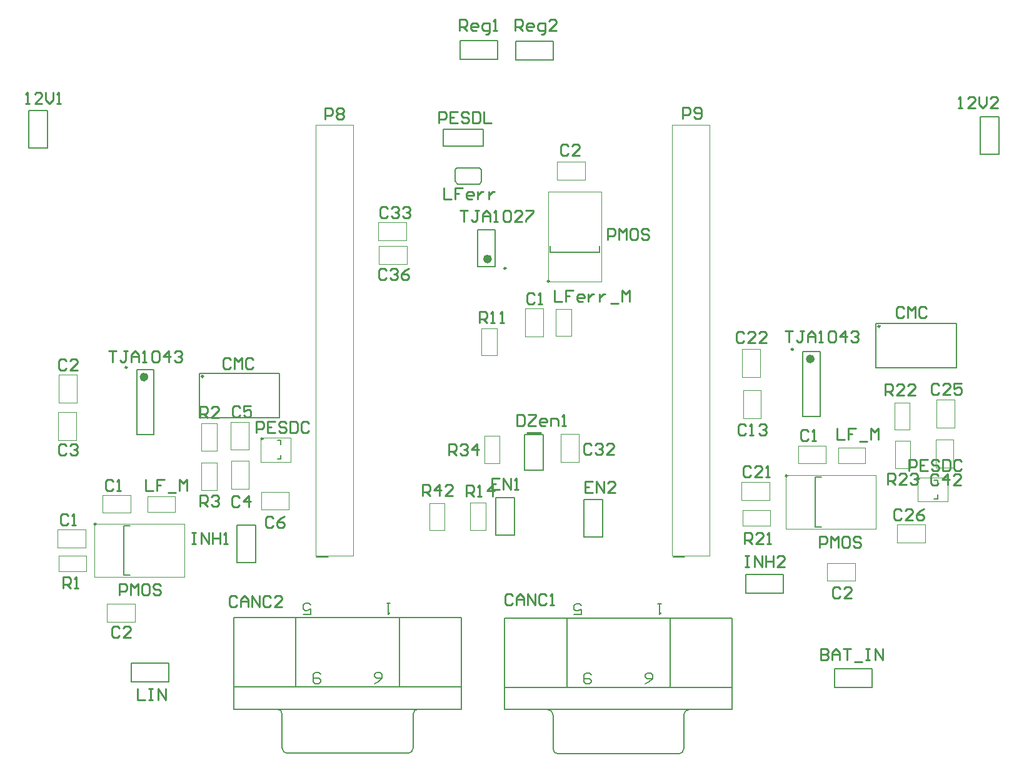
<source format=gto>
%FSLAX44Y44*%
%MOMM*%
G71*
G01*
G75*
%ADD10O,1.9500X0.6000*%
%ADD11R,1.5000X1.0000*%
%ADD12R,1.0000X1.5000*%
%ADD13R,0.8000X1.2000*%
%ADD14R,1.2000X0.6000*%
%ADD15R,2.2000X1.2000*%
%ADD16R,3.0500X1.1000*%
%ADD17R,6.5000X5.5500*%
%ADD18R,1.1000X3.0500*%
%ADD19R,5.5500X6.5000*%
%ADD20R,1.1000X1.3500*%
%ADD21R,1.3500X1.1000*%
%ADD22R,1.2500X1.4500*%
%ADD23R,1.4500X1.2500*%
%ADD24R,1.5000X1.2000*%
%ADD25R,1.5000X1.0000*%
%ADD26C,1.0000*%
%ADD27C,0.6000*%
%ADD28C,1.5000*%
%ADD29C,0.8000*%
%ADD30C,0.4000*%
%ADD31C,0.3000*%
%ADD32C,0.2000*%
%ADD33R,1.5000X1.5000*%
%ADD34C,1.5000*%
%ADD35R,1.5000X1.5000*%
%ADD36R,1.5240X1.5240*%
%ADD37C,1.5240*%
%ADD38C,4.7600*%
%ADD39R,1.6900X1.6900*%
%ADD40C,1.6900*%
%ADD41O,2.5000X1.5000*%
%ADD42C,0.7000*%
%ADD43C,1.2700*%
%ADD44R,5.3000X2.8000*%
%ADD45R,6.0000X2.1000*%
%ADD46R,3.9500X2.0500*%
%ADD47R,9.4000X6.8000*%
%ADD48R,2.4500X2.5500*%
%ADD49R,8.0000X10.0000*%
%ADD50C,0.5000*%
%ADD51C,0.2500*%
%ADD52C,0.2540*%
%ADD53C,0.0254*%
%ADD54C,0.1000*%
%ADD55C,0.1540*%
%ADD56C,0.1500*%
D27*
X645250Y680500D02*
G03*
X645250Y680500I-3000J0D01*
G01*
X180000Y520500D02*
G03*
X180000Y520500I-3000J0D01*
G01*
X1082250Y545000D02*
G03*
X1082250Y545000I-3000J0D01*
G01*
D32*
X364150Y17200D02*
G03*
X371100Y10250I6950J0D01*
G01*
X364100Y63250D02*
G03*
X357150Y70200I-6950J0D01*
G01*
X534400Y10250D02*
G03*
X541350Y17200I0J6950D01*
G01*
X548350Y70200D02*
G03*
X541400Y63250I0J-6950D01*
G01*
X730900Y16450D02*
G03*
X737850Y9500I6950J0D01*
G01*
X730850Y62500D02*
G03*
X723900Y69450I-6950J0D01*
G01*
X901150Y9500D02*
G03*
X908100Y16450I0J6950D01*
G01*
X915100Y69450D02*
G03*
X908150Y62500I0J-6950D01*
G01*
X731100Y950800D02*
Y976200D01*
X680300Y950800D02*
X731100D01*
X680300D02*
Y976200D01*
X731100D01*
X655850Y951550D02*
Y976950D01*
X605050Y951550D02*
X655850D01*
X605050D02*
Y976950D01*
X655850D01*
X653300Y306400D02*
X678700D01*
X653300D02*
Y357200D01*
X678700D01*
Y306400D02*
Y357200D01*
X1309300Y873350D02*
X1334700D01*
Y822550D02*
Y873350D01*
X1309300Y822550D02*
X1334700D01*
X1309300D02*
Y873350D01*
X20800Y881600D02*
X46200D01*
Y830800D02*
Y881600D01*
X20800Y830800D02*
X46200D01*
X20800D02*
Y881600D01*
X410722Y276125D02*
X426472D01*
X893548Y276152D02*
X909298D01*
X652250Y670500D02*
Y720500D01*
X628750Y670500D02*
Y720500D01*
Y670500D02*
X652250D01*
X628750Y720500D02*
X652250D01*
X1043100Y227550D02*
Y252950D01*
X992300Y227550D02*
X1043100D01*
X992300D02*
Y252950D01*
X1043100D01*
X302800Y319850D02*
X328200D01*
Y269050D02*
Y319850D01*
X302800Y269050D02*
X328200D01*
X302800D02*
Y319850D01*
X364100Y17250D02*
Y63250D01*
X541400Y17250D02*
Y63250D01*
X522750Y100250D02*
Y194250D01*
X298750Y70250D02*
X606750D01*
X382750Y100250D02*
Y194250D01*
X298750Y194250D02*
X606750D01*
X371100Y10250D02*
X534400D01*
X606750Y70250D02*
Y194250D01*
X298750Y70250D02*
Y194250D01*
Y100250D02*
X606750D01*
X772800Y303900D02*
X798200D01*
X772800D02*
Y354700D01*
X798200D01*
Y303900D02*
Y354700D01*
X730850Y16500D02*
Y62500D01*
X908150Y16500D02*
Y62500D01*
X889500Y99500D02*
Y193500D01*
X665500Y69500D02*
X973500D01*
X749500Y99500D02*
Y193500D01*
X665500Y193500D02*
X973500D01*
X737850Y9500D02*
X901150D01*
X973500Y69500D02*
Y193500D01*
X665500Y69500D02*
Y193500D01*
Y99500D02*
X973500D01*
X1111900Y99800D02*
Y125200D01*
X1162700D01*
Y99800D02*
Y125200D01*
X1111900Y99800D02*
X1162700D01*
X1252000Y355250D02*
Y361000D01*
X1247000Y355250D02*
X1252000D01*
Y375000D02*
Y380750D01*
X1247000D02*
X1252000D01*
X357500Y434500D02*
X362500D01*
Y428750D02*
Y434500D01*
X357500Y409000D02*
X362500D01*
Y414750D01*
X1168500Y533250D02*
X1277250D01*
Y593000D01*
X1168500D02*
X1277250D01*
X1168500Y533250D02*
Y592500D01*
X252000Y465250D02*
Y524500D01*
Y525000D02*
X360750D01*
Y465250D02*
Y525000D01*
X252000Y465250D02*
X360750D01*
X150000Y319000D02*
X158000D01*
X150000Y252000D02*
Y319000D01*
Y252000D02*
X158000D01*
X1086250Y317500D02*
X1094250D01*
X1086250D02*
Y384500D01*
X1094250D01*
X726750Y689750D02*
Y697750D01*
Y689750D02*
X793750D01*
Y697750D01*
X707500Y442250D02*
X717500D01*
Y393750D02*
Y442250D01*
X692500Y393750D02*
X717500D01*
X692500D02*
Y442250D01*
X707500D01*
X167000Y442500D02*
Y530500D01*
X190500Y442500D02*
Y530500D01*
X167000D02*
X190500D01*
X167000Y442500D02*
X190500D01*
X1069250Y467000D02*
X1092750D01*
X1069250Y555000D02*
X1092750D01*
Y467000D02*
Y555000D01*
X1069250Y467000D02*
Y555000D01*
X160050Y132700D02*
X210850D01*
X160050Y107300D02*
Y132700D01*
Y107300D02*
X210850D01*
Y132700D01*
D51*
X667250Y667950D02*
G03*
X667250Y667950I-1250J0D01*
G01*
X1227500Y383000D02*
G03*
X1227500Y383000I-1250J0D01*
G01*
X338000Y436750D02*
G03*
X338000Y436750I-1250J0D01*
G01*
X112000Y321000D02*
G03*
X112000Y321000I-1250J0D01*
G01*
X1048250Y386500D02*
G03*
X1048250Y386500I-1250J0D01*
G01*
X726000Y650500D02*
G03*
X726000Y650500I-1250J0D01*
G01*
X154000Y533500D02*
G03*
X154000Y533500I-1250J0D01*
G01*
X1056250Y558000D02*
G03*
X1056250Y558000I-1250J0D01*
G01*
D52*
X1173738Y589433D02*
G03*
X1173750Y589250I-1402J-183D01*
G01*
X257238Y521433D02*
G03*
X257250Y521250I-1402J-183D01*
G01*
X696000Y445250D02*
X714000D01*
X679500Y990500D02*
Y1005735D01*
X687117D01*
X689657Y1003196D01*
Y998118D01*
X687117Y995578D01*
X679500D01*
X684578D02*
X689657Y990500D01*
X702353D02*
X697274D01*
X694735Y993039D01*
Y998118D01*
X697274Y1000657D01*
X702353D01*
X704892Y998118D01*
Y995578D01*
X694735D01*
X715049Y985422D02*
X717588D01*
X720127Y987961D01*
Y1000657D01*
X712509D01*
X709970Y998118D01*
Y993039D01*
X712509Y990500D01*
X720127D01*
X735362D02*
X725205D01*
X735362Y1000657D01*
Y1003196D01*
X732823Y1005735D01*
X727744D01*
X725205Y1003196D01*
X604500Y990250D02*
Y1005485D01*
X612118D01*
X614657Y1002946D01*
Y997868D01*
X612118Y995328D01*
X604500D01*
X609578D02*
X614657Y990250D01*
X627353D02*
X622274D01*
X619735Y992789D01*
Y997868D01*
X622274Y1000407D01*
X627353D01*
X629892Y997868D01*
Y995328D01*
X619735D01*
X640049Y985172D02*
X642588D01*
X645127Y987711D01*
Y1000407D01*
X637509D01*
X634970Y997868D01*
Y992789D01*
X637509Y990250D01*
X645127D01*
X650205D02*
X655284D01*
X652744D01*
Y1005485D01*
X650205Y1002946D01*
X1045650Y583261D02*
X1055807D01*
X1050728D01*
Y568026D01*
X1071042Y583261D02*
X1065963D01*
X1068503D01*
Y570565D01*
X1065963Y568026D01*
X1063424D01*
X1060885Y570565D01*
X1076120Y568026D02*
Y578183D01*
X1081199Y583261D01*
X1086277Y578183D01*
Y568026D01*
Y575644D01*
X1076120D01*
X1091355Y568026D02*
X1096434D01*
X1093894D01*
Y583261D01*
X1091355Y580722D01*
X1104051D02*
X1106590Y583261D01*
X1111669D01*
X1114208Y580722D01*
Y570565D01*
X1111669Y568026D01*
X1106590D01*
X1104051Y570565D01*
Y580722D01*
X1126904Y568026D02*
Y583261D01*
X1119286Y575644D01*
X1129443D01*
X1134521Y580722D02*
X1137060Y583261D01*
X1142139D01*
X1144678Y580722D01*
Y578183D01*
X1142139Y575644D01*
X1139600D01*
X1142139D01*
X1144678Y573104D01*
Y570565D01*
X1142139Y568026D01*
X1137060D01*
X1134521Y570565D01*
X129500Y555735D02*
X139657D01*
X134578D01*
Y540500D01*
X154892Y555735D02*
X149813D01*
X152353D01*
Y543039D01*
X149813Y540500D01*
X147274D01*
X144735Y543039D01*
X159970Y540500D02*
Y550657D01*
X165049Y555735D01*
X170127Y550657D01*
Y540500D01*
Y548117D01*
X159970D01*
X175205Y540500D02*
X180284D01*
X177744D01*
Y555735D01*
X175205Y553196D01*
X187901D02*
X190440Y555735D01*
X195519D01*
X198058Y553196D01*
Y543039D01*
X195519Y540500D01*
X190440D01*
X187901Y543039D01*
Y553196D01*
X210754Y540500D02*
Y555735D01*
X203136Y548117D01*
X213293D01*
X218371Y553196D02*
X220910Y555735D01*
X225989D01*
X228528Y553196D01*
Y550657D01*
X225989Y548117D01*
X223450D01*
X225989D01*
X228528Y545578D01*
Y543039D01*
X225989Y540500D01*
X220910D01*
X218371Y543039D01*
X604936Y746435D02*
X615093D01*
X610014D01*
Y731200D01*
X630328Y746435D02*
X625249D01*
X627789D01*
Y733739D01*
X625249Y731200D01*
X622710D01*
X620171Y733739D01*
X635406Y731200D02*
Y741357D01*
X640484Y746435D01*
X645563Y741357D01*
Y731200D01*
Y738818D01*
X635406D01*
X650641Y731200D02*
X655720D01*
X653180D01*
Y746435D01*
X650641Y743896D01*
X663337D02*
X665876Y746435D01*
X670955D01*
X673494Y743896D01*
Y733739D01*
X670955Y731200D01*
X665876D01*
X663337Y733739D01*
Y743896D01*
X688729Y731200D02*
X678572D01*
X688729Y741357D01*
Y743896D01*
X686190Y746435D01*
X681111D01*
X678572Y743896D01*
X693807Y746435D02*
X703964D01*
Y743896D01*
X693807Y733739D01*
Y731200D01*
X554250Y359500D02*
Y374735D01*
X561867D01*
X564407Y372196D01*
Y367118D01*
X561867Y364578D01*
X554250D01*
X559328D02*
X564407Y359500D01*
X577103D02*
Y374735D01*
X569485Y367118D01*
X579642D01*
X594877Y359500D02*
X584720D01*
X594877Y369657D01*
Y372196D01*
X592338Y374735D01*
X587259D01*
X584720Y372196D01*
X589750Y414750D02*
Y429985D01*
X597368D01*
X599907Y427446D01*
Y422368D01*
X597368Y419828D01*
X589750D01*
X594828D02*
X599907Y414750D01*
X604985Y427446D02*
X607524Y429985D01*
X612603D01*
X615142Y427446D01*
Y424907D01*
X612603Y422368D01*
X610063D01*
X612603D01*
X615142Y419828D01*
Y417289D01*
X612603Y414750D01*
X607524D01*
X604985Y417289D01*
X627838Y414750D02*
Y429985D01*
X620220Y422368D01*
X630377D01*
X1184250Y374500D02*
Y389735D01*
X1191868D01*
X1194407Y387196D01*
Y382118D01*
X1191868Y379578D01*
X1184250D01*
X1189328D02*
X1194407Y374500D01*
X1209642D02*
X1199485D01*
X1209642Y384657D01*
Y387196D01*
X1207103Y389735D01*
X1202024D01*
X1199485Y387196D01*
X1214720D02*
X1217259Y389735D01*
X1222338D01*
X1224877Y387196D01*
Y384657D01*
X1222338Y382118D01*
X1219799D01*
X1222338D01*
X1224877Y379578D01*
Y377039D01*
X1222338Y374500D01*
X1217259D01*
X1214720Y377039D01*
X1181250Y496000D02*
Y511235D01*
X1188867D01*
X1191407Y508696D01*
Y503618D01*
X1188867Y501078D01*
X1181250D01*
X1186328D02*
X1191407Y496000D01*
X1206642D02*
X1196485D01*
X1206642Y506157D01*
Y508696D01*
X1204103Y511235D01*
X1199024D01*
X1196485Y508696D01*
X1221877Y496000D02*
X1211720D01*
X1221877Y506157D01*
Y508696D01*
X1219338Y511235D01*
X1214259D01*
X1211720Y508696D01*
X990750Y294250D02*
Y309485D01*
X998367D01*
X1000907Y306946D01*
Y301868D01*
X998367Y299328D01*
X990750D01*
X995828D02*
X1000907Y294250D01*
X1016142D02*
X1005985D01*
X1016142Y304407D01*
Y306946D01*
X1013603Y309485D01*
X1008524D01*
X1005985Y306946D01*
X1021220Y294250D02*
X1026299D01*
X1023759D01*
Y309485D01*
X1021220Y306946D01*
X613500Y359000D02*
Y374235D01*
X621118D01*
X623657Y371696D01*
Y366618D01*
X621118Y364078D01*
X613500D01*
X618578D02*
X623657Y359000D01*
X628735D02*
X633813D01*
X631274D01*
Y374235D01*
X628735Y371696D01*
X649048Y359000D02*
Y374235D01*
X641431Y366618D01*
X651588D01*
X631500Y594000D02*
Y609235D01*
X639118D01*
X641657Y606696D01*
Y601618D01*
X639118Y599078D01*
X631500D01*
X636578D02*
X641657Y594000D01*
X646735D02*
X651813D01*
X649274D01*
Y609235D01*
X646735Y606696D01*
X659431Y594000D02*
X664509D01*
X661970D01*
Y609235D01*
X659431Y606696D01*
X252500Y345250D02*
Y360485D01*
X260117D01*
X262657Y357946D01*
Y352868D01*
X260117Y350328D01*
X252500D01*
X257578D02*
X262657Y345250D01*
X267735Y357946D02*
X270274Y360485D01*
X275353D01*
X277892Y357946D01*
Y355407D01*
X275353Y352868D01*
X272813D01*
X275353D01*
X277892Y350328D01*
Y347789D01*
X275353Y345250D01*
X270274D01*
X267735Y347789D01*
X252500Y465250D02*
Y480485D01*
X260117D01*
X262657Y477946D01*
Y472868D01*
X260117Y470328D01*
X252500D01*
X257578D02*
X262657Y465250D01*
X277892D02*
X267735D01*
X277892Y475407D01*
Y477946D01*
X275353Y480485D01*
X270274D01*
X267735Y477946D01*
X67500Y233750D02*
Y248985D01*
X75118D01*
X77657Y246446D01*
Y241368D01*
X75118Y238828D01*
X67500D01*
X72578D02*
X77657Y233750D01*
X82735D02*
X87813D01*
X85274D01*
Y248985D01*
X82735Y246446D01*
X805000Y706750D02*
Y721985D01*
X812618D01*
X815157Y719446D01*
Y714368D01*
X812618Y711828D01*
X805000D01*
X820235Y706750D02*
Y721985D01*
X825313Y716907D01*
X830392Y721985D01*
Y706750D01*
X843088Y721985D02*
X838009D01*
X835470Y719446D01*
Y709289D01*
X838009Y706750D01*
X843088D01*
X845627Y709289D01*
Y719446D01*
X843088Y721985D01*
X860862Y719446D02*
X858323Y721985D01*
X853244D01*
X850705Y719446D01*
Y716907D01*
X853244Y714368D01*
X858323D01*
X860862Y711828D01*
Y709289D01*
X858323Y706750D01*
X853244D01*
X850705Y709289D01*
X1092000Y289000D02*
Y304235D01*
X1099617D01*
X1102157Y301696D01*
Y296618D01*
X1099617Y294078D01*
X1092000D01*
X1107235Y289000D02*
Y304235D01*
X1112313Y299157D01*
X1117392Y304235D01*
Y289000D01*
X1130088Y304235D02*
X1125009D01*
X1122470Y301696D01*
Y291539D01*
X1125009Y289000D01*
X1130088D01*
X1132627Y291539D01*
Y301696D01*
X1130088Y304235D01*
X1147862Y301696D02*
X1145323Y304235D01*
X1140244D01*
X1137705Y301696D01*
Y299157D01*
X1140244Y296618D01*
X1145323D01*
X1147862Y294078D01*
Y291539D01*
X1145323Y289000D01*
X1140244D01*
X1137705Y291539D01*
X144000Y224500D02*
Y239735D01*
X151618D01*
X154157Y237196D01*
Y232118D01*
X151618Y229578D01*
X144000D01*
X159235Y224500D02*
Y239735D01*
X164313Y234657D01*
X169392Y239735D01*
Y224500D01*
X182088Y239735D02*
X177009D01*
X174470Y237196D01*
Y227039D01*
X177009Y224500D01*
X182088D01*
X184627Y227039D01*
Y237196D01*
X182088Y239735D01*
X199862Y237196D02*
X197323Y239735D01*
X192244D01*
X189705Y237196D01*
Y234657D01*
X192244Y232118D01*
X197323D01*
X199862Y229578D01*
Y227039D01*
X197323Y224500D01*
X192244D01*
X189705Y227039D01*
X576000Y865000D02*
Y880235D01*
X583618D01*
X586157Y877696D01*
Y872618D01*
X583618Y870078D01*
X576000D01*
X601392Y880235D02*
X591235D01*
Y865000D01*
X601392D01*
X591235Y872618D02*
X596313D01*
X616627Y877696D02*
X614088Y880235D01*
X609009D01*
X606470Y877696D01*
Y875157D01*
X609009Y872618D01*
X614088D01*
X616627Y870078D01*
Y867539D01*
X614088Y865000D01*
X609009D01*
X606470Y867539D01*
X621705Y880235D02*
Y865000D01*
X629323D01*
X631862Y867539D01*
Y877696D01*
X629323Y880235D01*
X621705D01*
X636940D02*
Y865000D01*
X647097D01*
X329500Y445250D02*
Y460485D01*
X337118D01*
X339657Y457946D01*
Y452868D01*
X337118Y450328D01*
X329500D01*
X354892Y460485D02*
X344735D01*
Y445250D01*
X354892D01*
X344735Y452868D02*
X349813D01*
X370127Y457946D02*
X367588Y460485D01*
X362509D01*
X359970Y457946D01*
Y455407D01*
X362509Y452868D01*
X367588D01*
X370127Y450328D01*
Y447789D01*
X367588Y445250D01*
X362509D01*
X359970Y447789D01*
X375205Y460485D02*
Y445250D01*
X382823D01*
X385362Y447789D01*
Y457946D01*
X382823Y460485D01*
X375205D01*
X400597Y457946D02*
X398058Y460485D01*
X392980D01*
X390440Y457946D01*
Y447789D01*
X392980Y445250D01*
X398058D01*
X400597Y447789D01*
X1213250Y393250D02*
Y408485D01*
X1220867D01*
X1223407Y405946D01*
Y400868D01*
X1220867Y398328D01*
X1213250D01*
X1238642Y408485D02*
X1228485D01*
Y393250D01*
X1238642D01*
X1228485Y400868D02*
X1233563D01*
X1253877Y405946D02*
X1251338Y408485D01*
X1246259D01*
X1243720Y405946D01*
Y403407D01*
X1246259Y400868D01*
X1251338D01*
X1253877Y398328D01*
Y395789D01*
X1251338Y393250D01*
X1246259D01*
X1243720Y395789D01*
X1258955Y408485D02*
Y393250D01*
X1266573D01*
X1269112Y395789D01*
Y405946D01*
X1266573Y408485D01*
X1258955D01*
X1284347Y405946D02*
X1281808Y408485D01*
X1276730D01*
X1274190Y405946D01*
Y395789D01*
X1276730Y393250D01*
X1281808D01*
X1284347Y395789D01*
X906500Y871250D02*
Y886485D01*
X914118D01*
X916657Y883946D01*
Y878868D01*
X914118Y876328D01*
X906500D01*
X921735Y873789D02*
X924274Y871250D01*
X929353D01*
X931892Y873789D01*
Y883946D01*
X929353Y886485D01*
X924274D01*
X921735Y883946D01*
Y881407D01*
X924274Y878868D01*
X931892D01*
X422000Y870250D02*
Y885485D01*
X429618D01*
X432157Y882946D01*
Y877868D01*
X429618Y875328D01*
X422000D01*
X437235Y882946D02*
X439774Y885485D01*
X444853D01*
X447392Y882946D01*
Y880407D01*
X444853Y877868D01*
X447392Y875328D01*
Y872789D01*
X444853Y870250D01*
X439774D01*
X437235Y872789D01*
Y875328D01*
X439774Y877868D01*
X437235Y880407D01*
Y882946D01*
X439774Y877868D02*
X444853D01*
X583000Y776735D02*
Y761500D01*
X593157D01*
X608392Y776735D02*
X598235D01*
Y769118D01*
X603313D01*
X598235D01*
Y761500D01*
X621088D02*
X616009D01*
X613470Y764039D01*
Y769118D01*
X616009Y771657D01*
X621088D01*
X623627Y769118D01*
Y766578D01*
X613470D01*
X628705Y771657D02*
Y761500D01*
Y766578D01*
X631244Y769118D01*
X633784Y771657D01*
X636323D01*
X643940D02*
Y761500D01*
Y766578D01*
X646479Y769118D01*
X649019Y771657D01*
X651558D01*
X732750Y637985D02*
Y622750D01*
X742907D01*
X758142Y637985D02*
X747985D01*
Y630368D01*
X753063D01*
X747985D01*
Y622750D01*
X770838D02*
X765759D01*
X763220Y625289D01*
Y630368D01*
X765759Y632907D01*
X770838D01*
X773377Y630368D01*
Y627828D01*
X763220D01*
X778455Y632907D02*
Y622750D01*
Y627828D01*
X780994Y630368D01*
X783534Y632907D01*
X786073D01*
X793690D02*
Y622750D01*
Y627828D01*
X796229Y630368D01*
X798769Y632907D01*
X801308D01*
X808925Y620211D02*
X819082D01*
X824160Y622750D02*
Y637985D01*
X829239Y632907D01*
X834317Y637985D01*
Y622750D01*
X1115250Y451235D02*
Y436000D01*
X1125407D01*
X1140642Y451235D02*
X1130485D01*
Y443618D01*
X1135563D01*
X1130485D01*
Y436000D01*
X1145720Y433461D02*
X1155877D01*
X1160955Y436000D02*
Y451235D01*
X1166034Y446157D01*
X1171112Y451235D01*
Y436000D01*
X179500Y381735D02*
Y366500D01*
X189657D01*
X204892Y381735D02*
X194735D01*
Y374118D01*
X199813D01*
X194735D01*
Y366500D01*
X209970Y363961D02*
X220127D01*
X225205Y366500D02*
Y381735D01*
X230284Y376657D01*
X235362Y381735D01*
Y366500D01*
X242000Y309485D02*
X247078D01*
X244539D01*
Y294250D01*
X242000D01*
X247078D01*
X254696D02*
Y309485D01*
X264853Y294250D01*
Y309485D01*
X269931D02*
Y294250D01*
Y301868D01*
X280088D01*
Y309485D01*
Y294250D01*
X285166D02*
X290244D01*
X287705D01*
Y309485D01*
X285166Y306946D01*
X784507Y378583D02*
X774350D01*
Y363348D01*
X784507D01*
X774350Y370965D02*
X779428D01*
X789585Y363348D02*
Y378583D01*
X799742Y363348D01*
Y378583D01*
X814977Y363348D02*
X804820D01*
X814977Y373505D01*
Y376044D01*
X812438Y378583D01*
X807359D01*
X804820Y376044D01*
X658657Y383235D02*
X648500D01*
Y368000D01*
X658657D01*
X648500Y375617D02*
X653578D01*
X663735Y368000D02*
Y383235D01*
X673892Y368000D01*
Y383235D01*
X678970Y368000D02*
X684048D01*
X681509D01*
Y383235D01*
X678970Y380696D01*
X1279500Y885500D02*
X1284578D01*
X1282039D01*
Y900735D01*
X1279500Y898196D01*
X1302353Y885500D02*
X1292196D01*
X1302353Y895657D01*
Y898196D01*
X1299813Y900735D01*
X1294735D01*
X1292196Y898196D01*
X1307431Y900735D02*
Y890578D01*
X1312509Y885500D01*
X1317588Y890578D01*
Y900735D01*
X1332823Y885500D02*
X1322666D01*
X1332823Y895657D01*
Y898196D01*
X1330284Y900735D01*
X1325205D01*
X1322666Y898196D01*
X16250Y890750D02*
X21328D01*
X18789D01*
Y905985D01*
X16250Y903446D01*
X39103Y890750D02*
X28946D01*
X39103Y900907D01*
Y903446D01*
X36563Y905985D01*
X31485D01*
X28946Y903446D01*
X44181Y905985D02*
Y895828D01*
X49259Y890750D01*
X54338Y895828D01*
Y905985D01*
X59416Y890750D02*
X64494D01*
X61955D01*
Y905985D01*
X59416Y903446D01*
X682250Y469485D02*
Y454250D01*
X689867D01*
X692407Y456789D01*
Y466946D01*
X689867Y469485D01*
X682250D01*
X697485D02*
X707642D01*
Y466946D01*
X697485Y456789D01*
Y454250D01*
X707642D01*
X720338D02*
X715259D01*
X712720Y456789D01*
Y461868D01*
X715259Y464407D01*
X720338D01*
X722877Y461868D01*
Y459328D01*
X712720D01*
X727955Y454250D02*
Y464407D01*
X735573D01*
X738112Y461868D01*
Y454250D01*
X743190D02*
X748269D01*
X745730D01*
Y469485D01*
X743190Y466946D01*
X294657Y543696D02*
X292118Y546235D01*
X287039D01*
X284500Y543696D01*
Y533539D01*
X287039Y531000D01*
X292118D01*
X294657Y533539D01*
X299735Y531000D02*
Y546235D01*
X304813Y541157D01*
X309892Y546235D01*
Y531000D01*
X325127Y543696D02*
X322588Y546235D01*
X317509D01*
X314970Y543696D01*
Y533539D01*
X317509Y531000D01*
X322588D01*
X325127Y533539D01*
X1206407Y613696D02*
X1203867Y616235D01*
X1198789D01*
X1196250Y613696D01*
Y603539D01*
X1198789Y601000D01*
X1203867D01*
X1206407Y603539D01*
X1211485Y601000D02*
Y616235D01*
X1216563Y611157D01*
X1221642Y616235D01*
Y601000D01*
X1236877Y613696D02*
X1234338Y616235D01*
X1229259D01*
X1226720Y613696D01*
Y603539D01*
X1229259Y601000D01*
X1234338D01*
X1236877Y603539D01*
X675907Y223946D02*
X673367Y226485D01*
X668289D01*
X665750Y223946D01*
Y213789D01*
X668289Y211250D01*
X673367D01*
X675907Y213789D01*
X680985Y211250D02*
Y221407D01*
X686063Y226485D01*
X691142Y221407D01*
Y211250D01*
Y218867D01*
X680985D01*
X696220Y211250D02*
Y226485D01*
X706377Y211250D01*
Y226485D01*
X721612Y223946D02*
X719073Y226485D01*
X713994D01*
X711455Y223946D01*
Y213789D01*
X713994Y211250D01*
X719073D01*
X721612Y213789D01*
X726690Y211250D02*
X731769D01*
X729230D01*
Y226485D01*
X726690Y223946D01*
X1252407Y386946D02*
X1249867Y389485D01*
X1244789D01*
X1242250Y386946D01*
Y376789D01*
X1244789Y374250D01*
X1249867D01*
X1252407Y376789D01*
X1265103Y374250D02*
Y389485D01*
X1257485Y381868D01*
X1267642D01*
X1282877Y374250D02*
X1272720D01*
X1282877Y384407D01*
Y386946D01*
X1280338Y389485D01*
X1275259D01*
X1272720Y386946D01*
X504907Y664696D02*
X502368Y667235D01*
X497289D01*
X494750Y664696D01*
Y654539D01*
X497289Y652000D01*
X502368D01*
X504907Y654539D01*
X509985Y664696D02*
X512524Y667235D01*
X517603D01*
X520142Y664696D01*
Y662157D01*
X517603Y659618D01*
X515063D01*
X517603D01*
X520142Y657078D01*
Y654539D01*
X517603Y652000D01*
X512524D01*
X509985Y654539D01*
X535377Y667235D02*
X530299Y664696D01*
X525220Y659618D01*
Y654539D01*
X527759Y652000D01*
X532838D01*
X535377Y654539D01*
Y657078D01*
X532838Y659618D01*
X525220D01*
X507009Y748684D02*
X504469Y751223D01*
X499391D01*
X496852Y748684D01*
Y738527D01*
X499391Y735988D01*
X504469D01*
X507009Y738527D01*
X512087Y748684D02*
X514626Y751223D01*
X519705D01*
X522244Y748684D01*
Y746145D01*
X519705Y743605D01*
X517165D01*
X519705D01*
X522244Y741066D01*
Y738527D01*
X519705Y735988D01*
X514626D01*
X512087Y738527D01*
X527322Y748684D02*
X529861Y751223D01*
X534940D01*
X537479Y748684D01*
Y746145D01*
X534940Y743605D01*
X532401D01*
X534940D01*
X537479Y741066D01*
Y738527D01*
X534940Y735988D01*
X529861D01*
X527322Y738527D01*
X1202657Y338946D02*
X1200117Y341485D01*
X1195039D01*
X1192500Y338946D01*
Y328789D01*
X1195039Y326250D01*
X1200117D01*
X1202657Y328789D01*
X1217892Y326250D02*
X1207735D01*
X1217892Y336407D01*
Y338946D01*
X1215353Y341485D01*
X1210274D01*
X1207735Y338946D01*
X1233127Y341485D02*
X1228048Y338946D01*
X1222970Y333868D01*
Y328789D01*
X1225509Y326250D01*
X1230588D01*
X1233127Y328789D01*
Y331328D01*
X1230588Y333868D01*
X1222970D01*
X1253407Y509696D02*
X1250868Y512235D01*
X1245789D01*
X1243250Y509696D01*
Y499539D01*
X1245789Y497000D01*
X1250868D01*
X1253407Y499539D01*
X1268642Y497000D02*
X1258485D01*
X1268642Y507157D01*
Y509696D01*
X1266103Y512235D01*
X1261024D01*
X1258485Y509696D01*
X1283877Y512235D02*
X1273720D01*
Y504618D01*
X1278799Y507157D01*
X1281338D01*
X1283877Y504618D01*
Y499539D01*
X1281338Y497000D01*
X1276259D01*
X1273720Y499539D01*
X989157Y579196D02*
X986618Y581735D01*
X981539D01*
X979000Y579196D01*
Y569039D01*
X981539Y566500D01*
X986618D01*
X989157Y569039D01*
X1004392Y566500D02*
X994235D01*
X1004392Y576657D01*
Y579196D01*
X1001853Y581735D01*
X996774D01*
X994235Y579196D01*
X1019627Y566500D02*
X1009470D01*
X1019627Y576657D01*
Y579196D01*
X1017088Y581735D01*
X1012009D01*
X1009470Y579196D01*
X998657Y397196D02*
X996117Y399735D01*
X991039D01*
X988500Y397196D01*
Y387039D01*
X991039Y384500D01*
X996117D01*
X998657Y387039D01*
X1013892Y384500D02*
X1003735D01*
X1013892Y394657D01*
Y397196D01*
X1011353Y399735D01*
X1006274D01*
X1003735Y397196D01*
X1018970Y384500D02*
X1024048D01*
X1021509D01*
Y399735D01*
X1018970Y397196D01*
X992157Y454196D02*
X989617Y456735D01*
X984539D01*
X982000Y454196D01*
Y444039D01*
X984539Y441500D01*
X989617D01*
X992157Y444039D01*
X997235Y441500D02*
X1002313D01*
X999774D01*
Y456735D01*
X997235Y454196D01*
X1009931D02*
X1012470Y456735D01*
X1017549D01*
X1020088Y454196D01*
Y451657D01*
X1017549Y449118D01*
X1015009D01*
X1017549D01*
X1020088Y446578D01*
Y444039D01*
X1017549Y441500D01*
X1012470D01*
X1009931Y444039D01*
X352157Y329196D02*
X349618Y331735D01*
X344539D01*
X342000Y329196D01*
Y319039D01*
X344539Y316500D01*
X349618D01*
X352157Y319039D01*
X367392Y331735D02*
X362313Y329196D01*
X357235Y324118D01*
Y319039D01*
X359774Y316500D01*
X364853D01*
X367392Y319039D01*
Y321578D01*
X364853Y324118D01*
X357235D01*
X306657Y478696D02*
X304118Y481235D01*
X299039D01*
X296500Y478696D01*
Y468539D01*
X299039Y466000D01*
X304118D01*
X306657Y468539D01*
X321892Y481235D02*
X311735D01*
Y473618D01*
X316813Y476157D01*
X319353D01*
X321892Y473618D01*
Y468539D01*
X319353Y466000D01*
X314274D01*
X311735Y468539D01*
X305907Y357196D02*
X303368Y359735D01*
X298289D01*
X295750Y357196D01*
Y347039D01*
X298289Y344500D01*
X303368D01*
X305907Y347039D01*
X318603Y344500D02*
Y359735D01*
X310985Y352118D01*
X321142D01*
X71907Y427196D02*
X69368Y429735D01*
X64289D01*
X61750Y427196D01*
Y417039D01*
X64289Y414500D01*
X69368D01*
X71907Y417039D01*
X76985Y427196D02*
X79524Y429735D01*
X84603D01*
X87142Y427196D01*
Y424657D01*
X84603Y422118D01*
X82063D01*
X84603D01*
X87142Y419578D01*
Y417039D01*
X84603Y414500D01*
X79524D01*
X76985Y417039D01*
X751407Y833196D02*
X748867Y835735D01*
X743789D01*
X741250Y833196D01*
Y823039D01*
X743789Y820500D01*
X748867D01*
X751407Y823039D01*
X766642Y820500D02*
X756485D01*
X766642Y830657D01*
Y833196D01*
X764103Y835735D01*
X759024D01*
X756485Y833196D01*
X1119907Y233446D02*
X1117367Y235985D01*
X1112289D01*
X1109750Y233446D01*
Y223289D01*
X1112289Y220750D01*
X1117367D01*
X1119907Y223289D01*
X1135142Y220750D02*
X1124985D01*
X1135142Y230907D01*
Y233446D01*
X1132603Y235985D01*
X1127524D01*
X1124985Y233446D01*
X143657Y179946D02*
X141117Y182485D01*
X136039D01*
X133500Y179946D01*
Y169789D01*
X136039Y167250D01*
X141117D01*
X143657Y169789D01*
X158892Y167250D02*
X148735D01*
X158892Y177407D01*
Y179946D01*
X156353Y182485D01*
X151274D01*
X148735Y179946D01*
X73943Y332382D02*
X71403Y334921D01*
X66325D01*
X63786Y332382D01*
Y322225D01*
X66325Y319686D01*
X71403D01*
X73943Y322225D01*
X79021Y319686D02*
X84099D01*
X81560D01*
Y334921D01*
X79021Y332382D01*
X705907Y632196D02*
X703367Y634735D01*
X698289D01*
X695750Y632196D01*
Y622039D01*
X698289Y619500D01*
X703367D01*
X705907Y622039D01*
X710985Y619500D02*
X716063D01*
X713524D01*
Y634735D01*
X710985Y632196D01*
X1076751Y446282D02*
X1074212Y448821D01*
X1069133D01*
X1066594Y446282D01*
Y436125D01*
X1069133Y433586D01*
X1074212D01*
X1076751Y436125D01*
X1081829Y433586D02*
X1086907D01*
X1084368D01*
Y448821D01*
X1081829Y446282D01*
X134833Y379278D02*
X132294Y381817D01*
X127215D01*
X124676Y379278D01*
Y369121D01*
X127215Y366582D01*
X132294D01*
X134833Y369121D01*
X139911Y366582D02*
X144989D01*
X142450D01*
Y381817D01*
X139911Y379278D01*
X1093500Y152235D02*
Y137000D01*
X1101117D01*
X1103657Y139539D01*
Y142078D01*
X1101117Y144618D01*
X1093500D01*
X1101117D01*
X1103657Y147157D01*
Y149696D01*
X1101117Y152235D01*
X1093500D01*
X1108735Y137000D02*
Y147157D01*
X1113813Y152235D01*
X1118892Y147157D01*
Y137000D01*
Y144618D01*
X1108735D01*
X1123970Y152235D02*
X1134127D01*
X1129048D01*
Y137000D01*
X1139205Y134461D02*
X1149362D01*
X1154440Y152235D02*
X1159519D01*
X1156980D01*
Y137000D01*
X1154440D01*
X1159519D01*
X1167136D02*
Y152235D01*
X1177293Y137000D01*
Y152235D01*
X71907Y542446D02*
X69368Y544985D01*
X64289D01*
X61750Y542446D01*
Y532289D01*
X64289Y529750D01*
X69368D01*
X71907Y532289D01*
X87142Y529750D02*
X76985D01*
X87142Y539907D01*
Y542446D01*
X84603Y544985D01*
X79524D01*
X76985Y542446D01*
X991250Y278235D02*
X996328D01*
X993789D01*
Y263000D01*
X991250D01*
X996328D01*
X1003946D02*
Y278235D01*
X1014103Y263000D01*
Y278235D01*
X1019181D02*
Y263000D01*
Y270618D01*
X1029338D01*
Y278235D01*
Y263000D01*
X1044573D02*
X1034416D01*
X1044573Y273157D01*
Y275696D01*
X1042034Y278235D01*
X1036955D01*
X1034416Y275696D01*
X783157Y428446D02*
X780618Y430985D01*
X775539D01*
X773000Y428446D01*
Y418289D01*
X775539Y415750D01*
X780618D01*
X783157Y418289D01*
X788235Y428446D02*
X790774Y430985D01*
X795853D01*
X798392Y428446D01*
Y425907D01*
X795853Y423368D01*
X793313D01*
X795853D01*
X798392Y420828D01*
Y418289D01*
X795853Y415750D01*
X790774D01*
X788235Y418289D01*
X813627Y415750D02*
X803470D01*
X813627Y425907D01*
Y428446D01*
X811088Y430985D01*
X806009D01*
X803470Y428446D01*
X302907Y221696D02*
X300368Y224235D01*
X295289D01*
X292750Y221696D01*
Y211539D01*
X295289Y209000D01*
X300368D01*
X302907Y211539D01*
X307985Y209000D02*
Y219157D01*
X313063Y224235D01*
X318142Y219157D01*
Y209000D01*
Y216618D01*
X307985D01*
X323220Y209000D02*
Y224235D01*
X333377Y209000D01*
Y224235D01*
X348612Y221696D02*
X346073Y224235D01*
X340994D01*
X338455Y221696D01*
Y211539D01*
X340994Y209000D01*
X346073D01*
X348612Y211539D01*
X363847Y209000D02*
X353690D01*
X363847Y219157D01*
Y221696D01*
X361308Y224235D01*
X356230D01*
X353690Y221696D01*
X168000Y97985D02*
Y82750D01*
X178157D01*
X183235Y97985D02*
X188313D01*
X185774D01*
Y82750D01*
X183235D01*
X188313D01*
X195931D02*
Y97985D01*
X206088Y82750D01*
Y97985D01*
D53*
X460494Y278053D02*
Y303453D01*
X409694Y278053D02*
X460494D01*
X409694D02*
Y303453D01*
Y862253D01*
X460494D01*
Y303453D02*
Y862253D01*
X943320Y278080D02*
Y303480D01*
X892520Y278080D02*
X943320D01*
X892520D02*
Y303480D01*
Y862280D01*
X943320D01*
Y303480D02*
Y862280D01*
D54*
X765750Y405500D02*
Y443500D01*
X741500Y405500D02*
X765750D01*
X741500D02*
Y443500D01*
X765750D01*
X61500Y523750D02*
X85750D01*
X61500Y485750D02*
Y523750D01*
Y485750D02*
X85750D01*
Y523750D01*
X121000Y360500D02*
X159000D01*
Y336250D02*
Y360500D01*
X121000Y336250D02*
X159000D01*
X121000D02*
Y360500D01*
X1062750Y403250D02*
Y427500D01*
Y403250D02*
X1100750D01*
Y427500D01*
X1062750D02*
X1100750D01*
X717750Y575250D02*
Y613250D01*
X693500Y575250D02*
X717750D01*
X693500D02*
Y613250D01*
X717750D01*
X60000Y289250D02*
Y313500D01*
Y289250D02*
X98000D01*
Y313500D01*
X60000D02*
X98000D01*
X127000Y213000D02*
X165000D01*
Y188750D02*
Y213000D01*
X127000Y188750D02*
X165000D01*
X127000D02*
Y213000D01*
X1102250Y244000D02*
Y268250D01*
Y244000D02*
X1140250D01*
Y268250D01*
X1102250D02*
X1140250D01*
X61000Y435000D02*
X85250D01*
Y473000D01*
X61000D02*
X85250D01*
X61000Y435000D02*
Y473000D01*
X319250Y368500D02*
Y406500D01*
X295000Y368500D02*
X319250D01*
X295000D02*
Y406500D01*
X319250D01*
X294750Y459750D02*
X319000D01*
X294750Y421750D02*
Y459750D01*
Y421750D02*
X319000D01*
Y459750D01*
X335500Y364750D02*
X373500D01*
Y340500D02*
Y364750D01*
X335500Y340500D02*
X373500D01*
X335500D02*
Y364750D01*
X988500Y464500D02*
X1012750D01*
Y502500D01*
X988500D02*
X1012750D01*
X988500Y464500D02*
Y502500D01*
X986500Y377750D02*
X1024500D01*
Y353500D02*
Y377750D01*
X986500Y353500D02*
X1024500D01*
X986500D02*
Y377750D01*
X987000Y558250D02*
X1011250D01*
X987000Y520250D02*
Y558250D01*
Y520250D02*
X1011250D01*
Y558250D01*
X1274750Y452000D02*
Y490000D01*
X1250500Y452000D02*
X1274750D01*
X1250500D02*
Y490000D01*
X1274750D01*
X1197000Y296000D02*
Y320250D01*
Y296000D02*
X1235000D01*
Y320250D01*
X1197000D02*
X1235000D01*
X494000Y705750D02*
X532000D01*
X494000D02*
Y730000D01*
X532000D01*
Y705750D02*
Y730000D01*
X533000Y673500D02*
Y697750D01*
X495000D02*
X533000D01*
X495000Y673500D02*
Y697750D01*
Y673500D02*
X533000D01*
X1273500Y397500D02*
Y435500D01*
X1249250Y397500D02*
X1273500D01*
X1249250D02*
Y435500D01*
X1273500D01*
X1224750Y384250D02*
X1265500D01*
Y351500D02*
Y384250D01*
X1224750Y351500D02*
X1265500D01*
X1224750D02*
Y384250D01*
X335250Y405250D02*
Y438000D01*
Y405250D02*
X376000D01*
Y438000D01*
X335250D02*
X376000D01*
X231750Y249500D02*
Y321500D01*
X110000Y249500D02*
Y321500D01*
Y249500D02*
X231750D01*
X110000Y321500D02*
X231750D01*
X1046250Y387000D02*
X1168000D01*
X1046250Y315000D02*
X1168000D01*
X1046250D02*
Y387000D01*
X1168000Y315000D02*
Y387000D01*
X724250Y771500D02*
X796250D01*
X724250Y649750D02*
X796250D01*
Y771500D01*
X724250Y649750D02*
Y771500D01*
X61500Y257000D02*
Y277750D01*
X98500D01*
Y257000D02*
Y277750D01*
X61500Y257000D02*
X98500D01*
X254750Y420750D02*
Y457750D01*
Y420750D02*
X275500D01*
Y457750D01*
X254750D02*
X275500D01*
X254750Y404250D02*
X275500D01*
Y367250D02*
Y404250D01*
X254750Y367250D02*
X275500D01*
X254750D02*
Y404250D01*
X655000Y549750D02*
Y586750D01*
X634250D02*
X655000D01*
X634250Y549750D02*
Y586750D01*
Y549750D02*
X655000D01*
X618750Y350250D02*
X639500D01*
Y313250D02*
Y350250D01*
X618750Y313250D02*
X639500D01*
X618750D02*
Y350250D01*
X987750Y319000D02*
X1024750D01*
Y339750D01*
X987750D02*
X1024750D01*
X987750Y319000D02*
Y339750D01*
X1193500Y486000D02*
X1214250D01*
Y449000D02*
Y486000D01*
X1193500Y449000D02*
X1214250D01*
X1193500D02*
Y486000D01*
X1194000Y396750D02*
Y433750D01*
Y396750D02*
X1214750D01*
Y433750D01*
X1194000D02*
X1214750D01*
X638000Y440750D02*
X658750D01*
Y403750D02*
Y440750D01*
X638000Y403750D02*
X658750D01*
X638000D02*
Y440750D01*
X563500Y312500D02*
Y349500D01*
Y312500D02*
X584250D01*
Y349500D01*
X563500D02*
X584250D01*
X218750Y337250D02*
Y358500D01*
X182000Y337250D02*
Y358500D01*
Y337250D02*
X218750D01*
X182000Y358500D02*
X218750D01*
X1117000Y424750D02*
X1153750D01*
X1117000Y403500D02*
X1153750D01*
X1117000D02*
Y424750D01*
X1153750Y403500D02*
Y424750D01*
X734250Y612750D02*
X755500D01*
X734250Y576000D02*
X755500D01*
Y612750D01*
X734250Y576000D02*
Y612750D01*
X736500Y812250D02*
X774500D01*
Y788000D02*
Y812250D01*
X736500Y788000D02*
X774500D01*
X736500D02*
Y812250D01*
D55*
X600500Y804250D02*
X631750D01*
X598250Y786000D02*
Y802000D01*
X600500Y804250D01*
X598250Y786000D02*
X602000Y782250D01*
X631500D01*
X634250Y785000D01*
Y801750D01*
X631750Y804250D02*
X634250Y801750D01*
D56*
X582000Y856250D02*
X636750D01*
X582000Y833250D02*
X636750D01*
Y856250D01*
X582000Y833250D02*
Y856250D01*
X489303Y105005D02*
X494302Y107504D01*
X499300Y112502D01*
Y117501D01*
X496801Y120000D01*
X491802D01*
X489303Y117501D01*
Y115002D01*
X491802Y112502D01*
X499300D01*
X416200Y117501D02*
X413701Y120000D01*
X408702D01*
X406203Y117501D01*
Y107504D01*
X408702Y105005D01*
X413701D01*
X416200Y107504D01*
Y110003D01*
X413701Y112502D01*
X406203D01*
X392353Y199005D02*
X402350D01*
Y206502D01*
X397352Y204003D01*
X394852D01*
X392353Y206502D01*
Y211501D01*
X394852Y214000D01*
X399851D01*
X402350Y211501D01*
X510650Y214000D02*
X505652D01*
X508151D01*
Y199005D01*
X510650Y201504D01*
X856053Y104255D02*
X861052Y106754D01*
X866050Y111752D01*
Y116751D01*
X863551Y119250D01*
X858552D01*
X856053Y116751D01*
Y114252D01*
X858552Y111752D01*
X866050D01*
X782950Y116751D02*
X780451Y119250D01*
X775452D01*
X772953Y116751D01*
Y106754D01*
X775452Y104255D01*
X780451D01*
X782950Y106754D01*
Y109253D01*
X780451Y111752D01*
X772953D01*
X877400Y213250D02*
X872402D01*
X874901D01*
Y198255D01*
X877400Y200754D01*
X759103Y198255D02*
X769100D01*
Y205752D01*
X764102Y203253D01*
X761602D01*
X759103Y205752D01*
Y210751D01*
X761602Y213250D01*
X766601D01*
X769100Y210751D01*
M02*

</source>
